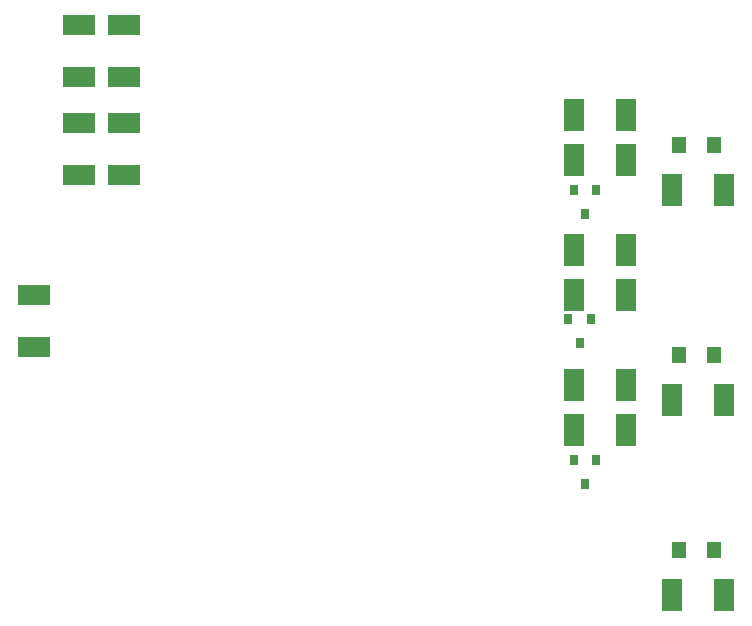
<source format=gtp>
G04 MADE WITH FRITZING*
G04 WWW.FRITZING.ORG*
G04 DOUBLE SIDED*
G04 HOLES PLATED*
G04 CONTOUR ON CENTER OF CONTOUR VECTOR*
%ASAXBY*%
%FSLAX23Y23*%
%MOIN*%
%OFA0B0*%
%SFA1.0B1.0*%
%ADD10R,0.031496X0.035433*%
%ADD11R,0.047244X0.055118*%
%ADD12R,0.106299X0.070866*%
%ADD13R,0.070866X0.106299*%
%LNPASTEMASK1*%
G90*
G70*
G54D10*
X2229Y611D03*
X2154Y611D03*
X2191Y532D03*
X2211Y1080D03*
X2136Y1080D03*
X2174Y1001D03*
X2229Y1511D03*
X2154Y1511D03*
X2191Y1432D03*
G54D11*
X2504Y1661D03*
X2622Y1661D03*
X2504Y961D03*
X2622Y961D03*
X2504Y311D03*
X2622Y311D03*
G54D12*
X654Y1561D03*
X654Y1734D03*
X504Y1561D03*
X504Y1734D03*
X504Y2061D03*
X504Y1888D03*
X354Y1161D03*
X354Y988D03*
X654Y2061D03*
X654Y1888D03*
G54D13*
X2154Y1761D03*
X2327Y1761D03*
X2154Y1311D03*
X2327Y1311D03*
X2654Y1511D03*
X2481Y1511D03*
X2654Y811D03*
X2481Y811D03*
X2654Y161D03*
X2481Y161D03*
X2154Y1611D03*
X2327Y1611D03*
X2154Y711D03*
X2327Y711D03*
X2154Y861D03*
X2327Y861D03*
X2154Y1161D03*
X2327Y1161D03*
G04 End of PasteMask1*
M02*
</source>
